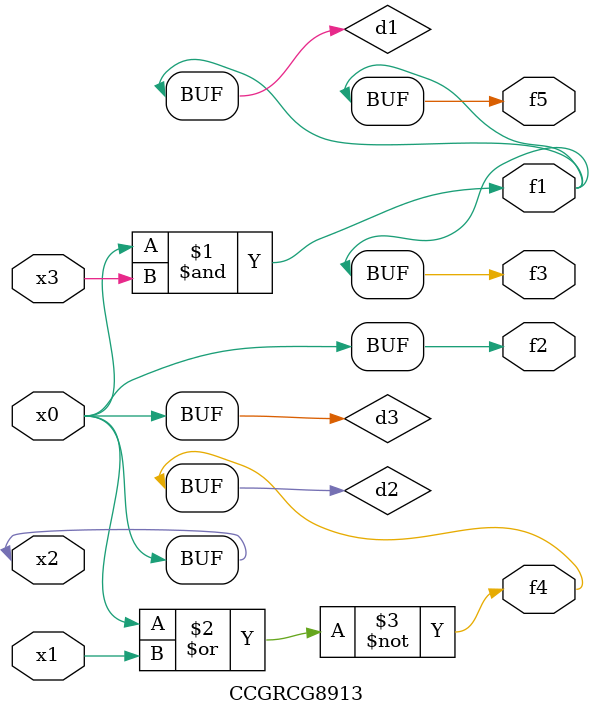
<source format=v>
module CCGRCG8913(
	input x0, x1, x2, x3,
	output f1, f2, f3, f4, f5
);

	wire d1, d2, d3;

	and (d1, x2, x3);
	nor (d2, x0, x1);
	buf (d3, x0, x2);
	assign f1 = d1;
	assign f2 = d3;
	assign f3 = d1;
	assign f4 = d2;
	assign f5 = d1;
endmodule

</source>
